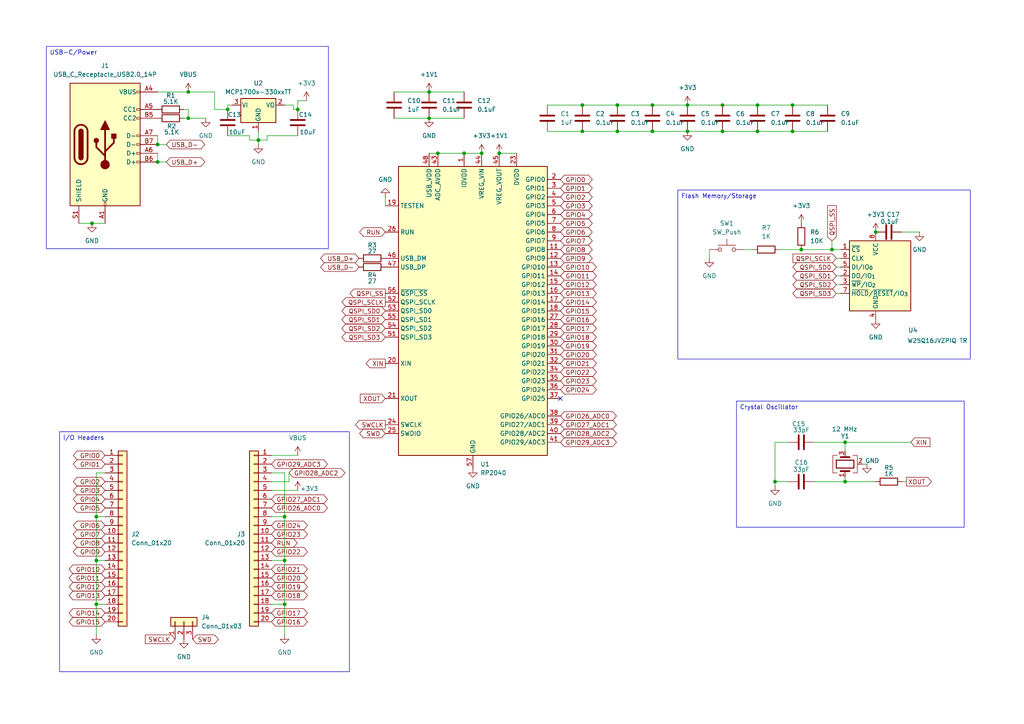
<source format=kicad_sch>
(kicad_sch (version 20250114) (generator "eeschema") (generator_version "9.0")
  (paper "A4")
  (lib_symbols
    (symbol "Connector:USB_C_Receptacle_USB2.0_14P" (pin_names (offset 1.016))
      (property "Reference" "J" (at 0 22.225 0))
      (property "Value" "USB_C_Receptacle_USB2.0_14P" (at 0 19.685 0))
      (symbol "USB_C_Receptacle_USB2.0_14P_0_0"
        (rectangle (start -0.254 -17.78) (end 0.254 -16.764))
        (rectangle (start 10.16 15.494) (end 9.144 14.986))
        (rectangle (start 10.16 10.414) (end 9.144 9.906))
        (rectangle (start 10.16 7.874) (end 9.144 7.366))
        (rectangle (start 10.16 2.794) (end 9.144 2.286))
        (rectangle (start 10.16 0.254) (end 9.144 -0.254))
        (rectangle (start 10.16 -2.286) (end 9.144 -2.794))
        (rectangle (start 10.16 -4.826) (end 9.144 -5.334))
      )
      (symbol "USB_C_Receptacle_USB2.0_14P_0_1"
        (rectangle (start -10.16 17.78) (end 10.16 -17.78) (stroke (width 0.254)) (fill (type background)))
        (polyline (pts (xy -8.89 -3.81) (xy -8.89 3.81)) (stroke (width 0.508)))
        (rectangle (start -7.62 -3.81) (end -6.35 3.81) (stroke (width 0.254)) (fill (type outline)))
        (arc (start -7.62 3.81) (mid -6.985 4.4423) (end -6.35 3.81) (stroke (width 0.254)))
        (arc (start -7.62 3.81) (mid -6.985 4.4423) (end -6.35 3.81) (stroke (width 0.254)) (fill (type outline)))
        (arc (start -8.89 3.81) (mid -6.985 5.7067) (end -5.08 3.81) (stroke (width 0.508)))
        (arc (start -5.08 -3.81) (mid -6.985 -5.7067) (end -8.89 -3.81) (stroke (width 0.508)))
        (arc (start -6.35 -3.81) (mid -6.985 -4.4423) (end -7.62 -3.81) (stroke (width 0.254)))
        (arc (start -6.35 -3.81) (mid -6.985 -4.4423) (end -7.62 -3.81) (stroke (width 0.254)) (fill (type outline)))
        (polyline (pts (xy -5.08 3.81) (xy -5.08 -3.81)) (stroke (width 0.508)))
        (circle (center -2.54 1.143) (radius 0.635) (stroke (width 0.254)) (fill (type outline)))
        (polyline (pts (xy -1.27 4.318) (xy 0 6.858) (xy 1.27 4.318) (xy -1.27 4.318)) (stroke (width 0.254)) (fill (type outline)))
        (polyline (pts (xy 0 -2.032) (xy 2.54 0.508) (xy 2.54 1.778)) (stroke (width 0.508)))
        (polyline (pts (xy 0 -3.302) (xy -2.54 -0.762) (xy -2.54 0.508)) (stroke (width 0.508)))
        (polyline (pts (xy 0 -5.842) (xy 0 4.318)) (stroke (width 0.508)))
        (circle (center 0 -5.842) (radius 1.27) (fill (type outline)))
        (rectangle (start 1.905 1.778) (end 3.175 3.048) (stroke (width 0.254)) (fill (type outline)))
      )
      (symbol "USB_C_Receptacle_USB2.0_14P_1_1"
        (pin passive line (at -7.62 -22.86 90) (length 5.08) (name "SHIELD") (number "S1"))
        (pin passive line (at 0 -22.86 90) (length 5.08) (name "GND") (number "A1"))
        (pin passive line (at 0 -22.86 90) (length 5.08) (hide yes) (name "GND") (number "A12"))
        (pin passive line (at 0 -22.86 90) (length 5.08) (hide yes) (name "GND") (number "B1"))
        (pin passive line (at 0 -22.86 90) (length 5.08) (hide yes) (name "GND") (number "B12"))
        (pin passive line (at 15.24 15.24 180) (length 5.08) (name "VBUS") (number "A4"))
        (pin passive line (at 15.24 15.24 180) (length 5.08) (hide yes) (name "VBUS") (number "A9"))
        (pin passive line (at 15.24 15.24 180) (length 5.08) (hide yes) (name "VBUS") (number "B4"))
        (pin passive line (at 15.24 15.24 180) (length 5.08) (hide yes) (name "VBUS") (number "B9"))
        (pin bidirectional line (at 15.24 10.16 180) (length 5.08) (name "CC1") (number "A5"))
        (pin bidirectional line (at 15.24 7.62 180) (length 5.08) (name "CC2") (number "B5"))
        (pin bidirectional line (at 15.24 2.54 180) (length 5.08) (name "D-") (number "A7"))
        (pin bidirectional line (at 15.24 0 180) (length 5.08) (name "D-") (number "B7"))
        (pin bidirectional line (at 15.24 -2.54 180) (length 5.08) (name "D+") (number "A6"))
        (pin bidirectional line (at 15.24 -5.08 180) (length 5.08) (name "D+") (number "B6"))
      )
    )
    (symbol "Connector_Generic:Conn_01x03" (pin_names (offset 1.016) (hide yes))
      (property "Reference" "J" (at 0 5.08 0))
      (property "Value" "Conn_01x03" (at 0 -5.08 0))
      (symbol "Conn_01x03_1_1"
        (rectangle (start -1.27 3.81) (end 1.27 -3.81) (stroke (width 0.254)) (fill (type background)))
        (rectangle (start -1.27 2.667) (end 0 2.413) (stroke (width 0.1524)))
        (rectangle (start -1.27 0.127) (end 0 -0.127) (stroke (width 0.1524)))
        (rectangle (start -1.27 -2.413) (end 0 -2.667) (stroke (width 0.1524)))
        (pin passive line (at -5.08 2.54 0) (length 3.81) (name "Pin_1") (number "1"))
        (pin passive line (at -5.08 0 0) (length 3.81) (name "Pin_2") (number "2"))
        (pin passive line (at -5.08 -2.54 0) (length 3.81) (name "Pin_3") (number "3"))
      )
    )
    (symbol "Connector_Generic:Conn_01x20" (pin_names (offset 1.016) (hide yes))
      (property "Reference" "J" (at 0 25.4 0))
      (property "Value" "Conn_01x20" (at 0 -27.94 0))
      (symbol "Conn_01x20_1_1"
        (rectangle (start -1.27 24.13) (end 1.27 -26.67) (stroke (width 0.254)) (fill (type background)))
        (rectangle (start -1.27 22.987) (end 0 22.733) (stroke (width 0.1524)))
        (rectangle (start -1.27 20.447) (end 0 20.193) (stroke (width 0.1524)))
        (rectangle (start -1.27 17.907) (end 0 17.653) (stroke (width 0.1524)))
        (rectangle (start -1.27 15.367) (end 0 15.113) (stroke (width 0.1524)))
        (rectangle (start -1.27 12.827) (end 0 12.573) (stroke (width 0.1524)))
        (rectangle (start -1.27 10.287) (end 0 10.033) (stroke (width 0.1524)))
        (rectangle (start -1.27 7.747) (end 0 7.493) (stroke (width 0.1524)))
        (rectangle (start -1.27 5.207) (end 0 4.953) (stroke (width 0.1524)))
        (rectangle (start -1.27 2.667) (end 0 2.413) (stroke (width 0.1524)))
        (rectangle (start -1.27 0.127) (end 0 -0.127) (stroke (width 0.1524)))
        (rectangle (start -1.27 -2.413) (end 0 -2.667) (stroke (width 0.1524)))
        (rectangle (start -1.27 -4.953) (end 0 -5.207) (stroke (width 0.1524)))
        (rectangle (start -1.27 -7.493) (end 0 -7.747) (stroke (width 0.1524)))
        (rectangle (start -1.27 -10.033) (end 0 -10.287) (stroke (width 0.1524)))
        (rectangle (start -1.27 -12.573) (end 0 -12.827) (stroke (width 0.1524)))
        (rectangle (start -1.27 -15.113) (end 0 -15.367) (stroke (width 0.1524)))
        (rectangle (start -1.27 -17.653) (end 0 -17.907) (stroke (width 0.1524)))
        (rectangle (start -1.27 -20.193) (end 0 -20.447) (stroke (width 0.1524)))
        (rectangle (start -1.27 -22.733) (end 0 -22.987) (stroke (width 0.1524)))
        (rectangle (start -1.27 -25.273) (end 0 -25.527) (stroke (width 0.1524)))
        (pin passive line (at -5.08 22.86 0) (length 3.81) (name "Pin_1") (number "1"))
        (pin passive line (at -5.08 20.32 0) (length 3.81) (name "Pin_2") (number "2"))
        (pin passive line (at -5.08 17.78 0) (length 3.81) (name "Pin_3") (number "3"))
        (pin passive line (at -5.08 15.24 0) (length 3.81) (name "Pin_4") (number "4"))
        (pin passive line (at -5.08 12.7 0) (length 3.81) (name "Pin_5") (number "5"))
        (pin passive line (at -5.08 10.16 0) (length 3.81) (name "Pin_6") (number "6"))
        (pin passive line (at -5.08 7.62 0) (length 3.81) (name "Pin_7") (number "7"))
        (pin passive line (at -5.08 5.08 0) (length 3.81) (name "Pin_8") (number "8"))
        (pin passive line (at -5.08 2.54 0) (length 3.81) (name "Pin_9") (number "9"))
        (pin passive line (at -5.08 0 0) (length 3.81) (name "Pin_10") (number "10"))
        (pin passive line (at -5.08 -2.54 0) (length 3.81) (name "Pin_11") (number "11"))
        (pin passive line (at -5.08 -5.08 0) (length 3.81) (name "Pin_12") (number "12"))
        (pin passive line (at -5.08 -7.62 0) (length 3.81) (name "Pin_13") (number "13"))
        (pin passive line (at -5.08 -10.16 0) (length 3.81) (name "Pin_14") (number "14"))
        (pin passive line (at -5.08 -12.7 0) (length 3.81) (name "Pin_15") (number "15"))
        (pin passive line (at -5.08 -15.24 0) (length 3.81) (name "Pin_16") (number "16"))
        (pin passive line (at -5.08 -17.78 0) (length 3.81) (name "Pin_17") (number "17"))
        (pin passive line (at -5.08 -20.32 0) (length 3.81) (name "Pin_18") (number "18"))
        (pin passive line (at -5.08 -22.86 0) (length 3.81) (name "Pin_19") (number "19"))
        (pin passive line (at -5.08 -25.4 0) (length 3.81) (name "Pin_20") (number "20"))
      )
    )
    (symbol "Device:C" (pin_numbers (hide yes)) (pin_names (offset 0.254))
      (property "Reference" "C" (at 0.635 2.54 0))
      (property "Value" "C" (at 0.635 -2.54 0))
      (symbol "C_0_1"
        (polyline (pts (xy -2.032 0.762) (xy 2.032 0.762)) (stroke (width 0.508)))
        (polyline (pts (xy -2.032 -0.762) (xy 2.032 -0.762)) (stroke (width 0.508)))
      )
      (symbol "C_1_1"
        (pin passive line (at 0 3.81 270) (length 2.794) (name "~") (number "1"))
        (pin passive line (at 0 -3.81 90) (length 2.794) (name "~") (number "2"))
      )
    )
    (symbol "Device:Crystal_GND24" (pin_names (offset 1.016) (hide yes))
      (property "Reference" "Y" (at 3.175 5.08 0))
      (property "Value" "Crystal_GND24" (at 3.175 3.175 0))
      (symbol "Crystal_GND24_0_1"
        (polyline (pts (xy -2.54 2.286) (xy -2.54 3.556) (xy 2.54 3.556) (xy 2.54 2.286)))
        (polyline (pts (xy -2.54 0) (xy -2.032 0)))
        (polyline (pts (xy -2.54 -2.286) (xy -2.54 -3.556) (xy 2.54 -3.556) (xy 2.54 -2.286)))
        (polyline (pts (xy -2.032 -1.27) (xy -2.032 1.27)) (stroke (width 0.508)))
        (rectangle (start -1.143 2.54) (end 1.143 -2.54) (stroke (width 0.3048)))
        (polyline (pts (xy 0 -3.81) (xy 0 -3.556)))
        (polyline (pts (xy 2.032 0) (xy 2.54 0)))
        (polyline (pts (xy 2.032 -1.27) (xy 2.032 1.27)) (stroke (width 0.508)))
      )
      (symbol "Crystal_GND24_1_1"
        (pin passive line (at -3.81 0 0) (length 1.27) (name "1") (number "1"))
        (pin passive line (at 0 -5.08 90) (length 1.27) (name "G") (number "2"))
        (pin passive line (at 0 -5.08 90) (length 1.27) (hide yes) (name "G") (number "4"))
        (pin passive line (at 3.81 0 180) (length 1.27) (name "3") (number "3"))
      )
    )
    (symbol "Device:R" (pin_numbers (hide yes)) (pin_names (offset 0))
      (property "Reference" "R" (at 2.032 0 90))
      (property "Value" "R" (at 0 0 90))
      (symbol "R_0_1"
        (rectangle (start -1.016 -2.54) (end 1.016 2.54) (stroke (width 0.254)))
      )
      (symbol "R_1_1"
        (pin passive line (at 0 3.81 270) (length 1.27) (name "~") (number "1"))
        (pin passive line (at 0 -3.81 90) (length 1.27) (name "~") (number "2"))
      )
    )
    (symbol "MCU_RaspberryPi:RP2040"
      (property "Reference" "U" (at 17.526 47.244 0))
      (property "Value" "RP2040" (at 17.526 44.704 0))
      (symbol "RP2040_0_1"
        (rectangle (start -21.59 41.91) (end 21.59 -41.91) (stroke (width 0.254)) (fill (type background)))
      )
      (symbol "RP2040_1_1"
        (pin input line (at -25.4 30.48 0) (length 3.81) (name "TESTEN") (number "19"))
        (pin input line (at -25.4 22.86 0) (length 3.81) (name "RUN") (number "26"))
        (pin bidirectional line (at -25.4 15.24 0) (length 3.81) (name "USB_DM") (number "46"))
        (pin bidirectional line (at -25.4 12.7 0) (length 3.81) (name "USB_DP") (number "47"))
        (pin output line (at -25.4 5.08 0) (length 3.81) (name "~{QSPI_SS}") (number "56"))
        (pin output line (at -25.4 2.54 0) (length 3.81) (name "QSPI_SCLK") (number "52"))
        (pin bidirectional line (at -25.4 0 0) (length 3.81) (name "QSPI_SD0") (number "53"))
        (pin bidirectional line (at -25.4 -2.54 0) (length 3.81) (name "QSPI_SD1") (number "55"))
        (pin bidirectional line (at -25.4 -5.08 0) (length 3.81) (name "QSPI_SD2") (number "54"))
        (pin bidirectional line (at -25.4 -7.62 0) (length 3.81) (name "QSPI_SD3") (number "51"))
        (pin input line (at -25.4 -15.24 0) (length 3.81) (name "XIN") (number "20"))
        (pin output line (at -25.4 -25.4 0) (length 3.81) (name "XOUT") (number "21"))
        (pin input line (at -25.4 -33.02 0) (length 3.81) (name "SWCLK") (number "24"))
        (pin bidirectional line (at -25.4 -35.56 0) (length 3.81) (name "SWDIO") (number "25"))
        (pin power_in line (at -12.7 45.72 270) (length 3.81) (name "USB_VDD") (number "48"))
        (pin power_in line (at -10.16 45.72 270) (length 3.81) (name "ADC_AVDD") (number "43"))
        (pin power_in line (at -2.54 45.72 270) (length 3.81) (name "IOVDD") (number "1"))
        (pin passive line (at -2.54 45.72 270) (length 3.81) (hide yes) (name "IOVDD") (number "10"))
        (pin passive line (at -2.54 45.72 270) (length 3.81) (hide yes) (name "IOVDD") (number "22"))
        (pin passive line (at -2.54 45.72 270) (length 3.81) (hide yes) (name "IOVDD") (number "33"))
        (pin passive line (at -2.54 45.72 270) (length 3.81) (hide yes) (name "IOVDD") (number "42"))
        (pin passive line (at -2.54 45.72 270) (length 3.81) (hide yes) (name "IOVDD") (number "49"))
        (pin power_in line (at 0 -45.72 90) (length 3.81) (name "GND") (number "57"))
        (pin power_in line (at 2.54 45.72 270) (length 3.81) (name "VREG_VIN") (number "44"))
        (pin power_out line (at 7.62 45.72 270) (length 3.81) (name "VREG_VOUT") (number "45"))
        (pin power_in line (at 12.7 45.72 270) (length 3.81) (name "DVDD") (number "23"))
        (pin passive line (at 12.7 45.72 270) (length 3.81) (hide yes) (name "DVDD") (number "50"))
        (pin bidirectional line (at 25.4 38.1 180) (length 3.81) (name "GPIO0") (number "2"))
        (pin bidirectional line (at 25.4 35.56 180) (length 3.81) (name "GPIO1") (number "3"))
        (pin bidirectional line (at 25.4 33.02 180) (length 3.81) (name "GPIO2") (number "4"))
        (pin bidirectional line (at 25.4 30.48 180) (length 3.81) (name "GPIO3") (number "5"))
        (pin bidirectional line (at 25.4 27.94 180) (length 3.81) (name "GPIO4") (number "6"))
        (pin bidirectional line (at 25.4 25.4 180) (length 3.81) (name "GPIO5") (number "7"))
        (pin bidirectional line (at 25.4 22.86 180) (length 3.81) (name "GPIO6") (number "8"))
        (pin bidirectional line (at 25.4 20.32 180) (length 3.81) (name "GPIO7") (number "9"))
        (pin bidirectional line (at 25.4 17.78 180) (length 3.81) (name "GPIO8") (number "11"))
        (pin bidirectional line (at 25.4 15.24 180) (length 3.81) (name "GPIO9") (number "12"))
        (pin bidirectional line (at 25.4 12.7 180) (length 3.81) (name "GPIO10") (number "13"))
        (pin bidirectional line (at 25.4 10.16 180) (length 3.81) (name "GPIO11") (number "14"))
        (pin bidirectional line (at 25.4 7.62 180) (length 3.81) (name "GPIO12") (number "15"))
        (pin bidirectional line (at 25.4 5.08 180) (length 3.81) (name "GPIO13") (number "16"))
        (pin bidirectional line (at 25.4 2.54 180) (length 3.81) (name "GPIO14") (number "17"))
        (pin bidirectional line (at 25.4 0 180) (length 3.81) (name "GPIO15") (number "18"))
        (pin bidirectional line (at 25.4 -2.54 180) (length 3.81) (name "GPIO16") (number "27"))
        (pin bidirectional line (at 25.4 -5.08 180) (length 3.81) (name "GPIO17") (number "28"))
        (pin bidirectional line (at 25.4 -7.62 180) (length 3.81) (name "GPIO18") (number "29"))
        (pin bidirectional line (at 25.4 -10.16 180) (length 3.81) (name "GPIO19") (number "30"))
        (pin bidirectional line (at 25.4 -12.7 180) (length 3.81) (name "GPIO20") (number "31"))
        (pin bidirectional line (at 25.4 -15.24 180) (length 3.81) (name "GPIO21") (number "32"))
        (pin bidirectional line (at 25.4 -17.78 180) (length 3.81) (name "GPIO22") (number "34"))
        (pin bidirectional line (at 25.4 -20.32 180) (length 3.81) (name "GPIO23") (number "35"))
        (pin bidirectional line (at 25.4 -22.86 180) (length 3.81) (name "GPIO24") (number "36"))
        (pin bidirectional line (at 25.4 -25.4 180) (length 3.81) (name "GPIO25") (number "37"))
        (pin bidirectional line (at 25.4 -30.48 180) (length 3.81) (name "GPIO26/ADC0") (number "38"))
        (pin bidirectional line (at 25.4 -33.02 180) (length 3.81) (name "GPIO27/ADC1") (number "39"))
        (pin bidirectional line (at 25.4 -35.56 180) (length 3.81) (name "GPIO28/ADC2") (number "40"))
        (pin bidirectional line (at 25.4 -38.1 180) (length 3.81) (name "GPIO29/ADC3") (number "41"))
      )
    )
    (symbol "Memory_Flash:W25Q16JVSS"
      (property "Reference" "U" (at -6.35 11.43 0))
      (property "Value" "W25Q16JVSS" (at 7.62 11.43 0))
      (symbol "W25Q16JVSS_0_1"
        (rectangle (start -7.62 10.16) (end 10.16 -10.16) (stroke (width 0.254)) (fill (type background)))
      )
      (symbol "W25Q16JVSS_1_1"
        (pin input line (at -10.16 7.62 0) (length 2.54) (name "~{CS}") (number "1"))
        (pin input line (at -10.16 5.08 0) (length 2.54) (name "CLK") (number "6"))
        (pin bidirectional line (at -10.16 2.54 0) (length 2.54) (name "DI/IO_{0}") (number "5"))
        (pin bidirectional line (at -10.16 0 0) (length 2.54) (name "DO/IO_{1}") (number "2"))
        (pin bidirectional line (at -10.16 -2.54 0) (length 2.54) (name "~{WP}/IO_{2}") (number "3"))
        (pin bidirectional line (at -10.16 -5.08 0) (length 2.54) (name "~{HOLD}/~{RESET}/IO_{3}") (number "7"))
        (pin power_in line (at 0 12.7 270) (length 2.54) (name "VCC") (number "8"))
        (pin power_in line (at 0 -12.7 90) (length 2.54) (name "GND") (number "4"))
      )
    )
    (symbol "Regulator_Linear:MCP1700x-330xxTT" (pin_names (offset 0.254))
      (property "Reference" "U" (at -3.81 3.175 0))
      (property "Value" "MCP1700x-330xxTT" (at 0 3.175 0))
      (symbol "MCP1700x-330xxTT_0_1"
        (rectangle (start -5.08 1.905) (end 5.08 -5.08) (stroke (width 0.254)) (fill (type background)))
      )
      (symbol "MCP1700x-330xxTT_1_1"
        (pin power_in line (at -7.62 0 0) (length 2.54) (name "VI") (number "3"))
        (pin power_in line (at 0 -7.62 90) (length 2.54) (name "GND") (number "1"))
        (pin power_out line (at 7.62 0 180) (length 2.54) (name "VO") (number "2"))
      )
    )
    (symbol "Switch:SW_Push" (pin_numbers (hide yes)) (pin_names (offset 1.016) (hide yes))
      (property "Reference" "SW" (at 1.27 2.54 0))
      (property "Value" "SW_Push" (at 0 -1.524 0))
      (symbol "SW_Push_0_1"
        (circle (center -2.032 0) (radius 0.508))
        (polyline (pts (xy 0 1.27) (xy 0 3.048)))
        (circle (center 2.032 0) (radius 0.508))
        (polyline (pts (xy 2.54 1.27) (xy -2.54 1.27)))
        (pin passive line (at -5.08 0 0) (length 2.54) (name "1") (number "1"))
        (pin passive line (at 5.08 0 180) (length 2.54) (name "2") (number "2"))
      )
    )
    (symbol "power:+1V1" (power) (pin_numbers (hide yes)) (pin_names (offset 0) (hide yes))
      (property "Value" "+1V1" (at 0 3.556 0))
      (symbol "+1V1_0_1"
        (polyline (pts (xy -0.762 1.27) (xy 0 2.54)))
        (polyline (pts (xy 0 2.54) (xy 0.762 1.27)))
        (polyline (pts (xy 0 0) (xy 0 2.54)))
      )
      (symbol "+1V1_1_1"
        (pin power_in line (at 0 0 90) (length 0) (name "~") (number "1"))
      )
    )
    (symbol "power:+3V3" (power) (pin_numbers (hide yes)) (pin_names (offset 0) (hide yes))
      (property "Value" "+3V3" (at 0 3.556 0))
      (symbol "+3V3_0_1"
        (polyline (pts (xy -0.762 1.27) (xy 0 2.54)))
        (polyline (pts (xy 0 2.54) (xy 0.762 1.27)))
        (polyline (pts (xy 0 0) (xy 0 2.54)))
      )
      (symbol "+3V3_1_1"
        (pin power_in line (at 0 0 90) (length 0) (name "~") (number "1"))
      )
    )
    (symbol "power:GND" (power) (pin_numbers (hide yes)) (pin_names (offset 0) (hide yes))
      (property "Value" "GND" (at 0 -3.81 0))
      (symbol "GND_0_1"
        (polyline (pts (xy 0 0) (xy 0 -1.27) (xy 1.27 -1.27) (xy 0 -2.54) (xy -1.27 -1.27) (xy 0 -1.27)))
      )
      (symbol "GND_1_1"
        (pin power_in line (at 0 0 270) (length 0) (name "~") (number "1"))
      )
    )
    (symbol "power:VBUS" (power) (pin_numbers (hide yes)) (pin_names (offset 0) (hide yes))
      (property "Value" "VBUS" (at 0 3.556 0))
      (symbol "VBUS_0_1"
        (polyline (pts (xy -0.762 1.27) (xy 0 2.54)))
        (polyline (pts (xy 0 2.54) (xy 0.762 1.27)))
        (polyline (pts (xy 0 0) (xy 0 2.54)))
      )
      (symbol "VBUS_1_1"
        (pin power_in line (at 0 0 90) (length 0) (name "~") (number "1"))
      )
    )
  )
  (text_box "I/O Headers\n" (at 17.272 125.222 0) (size 84.074 69.596) (margins 0.9525 0.9525 0.9525 0.9525) (effects (font (size 1.27 1.27)) (justify left top)))
  (text_box "Crystal Oscillator\n" (at 213.614 116.332 0) (size 66.04 36.576) (margins 0.9525 0.9525 0.9525 0.9525) (effects (font (size 1.27 1.27)) (justify left top)))
  (text_box "USB-C/Power" (at 13.462 13.462 0) (size 81.788 58.674) (margins 0.9525 0.9525 0.9525 0.9525) (effects (font (size 1.27 1.27)) (justify left top)))
  (text_box "Flash Memory/Storage\n" (at 196.596 55.118 0) (size 84.836 49.022) (margins 0.9525 0.9525 0.9525 0.9525) (effects (font (size 1.27 1.27)) (justify left top)))
  (junction (at 27.94 175.26))
  (junction (at 254 67.31))
  (junction (at 245.11 128.27))
  (junction (at 219.71 38.1))
  (junction (at 66.04 31.75))
  (junction (at 241.3 72.39))
  (junction (at 219.71 30.48))
  (junction (at 179.07 38.1))
  (junction (at 124.46 34.29))
  (junction (at 74.93 40.64))
  (junction (at 189.23 38.1))
  (junction (at 27.94 149.86))
  (junction (at 224.79 139.7))
  (junction (at 168.91 30.48))
  (junction (at 86.36 31.75))
  (junction (at 245.11 139.7))
  (junction (at 45.72 41.91))
  (junction (at 139.7 44.45))
  (junction (at 127 44.45))
  (junction (at 229.87 30.48))
  (junction (at 209.55 30.48))
  (junction (at 26.67 64.77))
  (junction (at 144.78 44.45))
  (junction (at 229.87 38.1))
  (junction (at 189.23 30.48))
  (junction (at 199.39 30.48))
  (junction (at 134.62 44.45))
  (junction (at 82.55 162.56))
  (junction (at 45.72 46.99))
  (junction (at 82.55 149.86))
  (junction (at 209.55 38.1))
  (junction (at 199.39 38.1))
  (junction (at 179.07 30.48))
  (junction (at 54.61 34.29))
  (junction (at 54.61 26.67))
  (junction (at 124.46 26.67))
  (junction (at 232.41 72.39))
  (junction (at 27.94 162.56))
  (junction (at 82.55 175.26))
  (junction (at 168.91 38.1))
  (no_connect (at 162.56 115.57))
  (wire (pts (xy 82.55 175.26) (xy 82.55 184.15)))
  (wire (pts (xy 127 44.45) (xy 134.62 44.45)))
  (wire (pts (xy 124.46 26.67) (xy 134.62 26.67)))
  (wire (pts (xy 54.61 31.75) (xy 54.61 34.29)))
  (wire (pts (xy 30.48 137.16) (xy 27.94 137.16)))
  (wire (pts (xy 219.71 38.1) (xy 229.87 38.1)))
  (wire (pts (xy 72.39 40.64) (xy 74.93 40.64)))
  (wire (pts (xy 215.9 72.39) (xy 218.44 72.39)))
  (wire (pts (xy 168.91 38.1) (xy 179.07 38.1)))
  (wire (pts (xy 111.76 57.15) (xy 111.76 59.69)))
  (wire (pts (xy 27.94 175.26) (xy 27.94 184.15)))
  (wire (pts (xy 85.09 31.75) (xy 86.36 31.75)))
  (wire (pts (xy 124.46 34.29) (xy 134.62 34.29)))
  (wire (pts (xy 53.34 31.75) (xy 54.61 31.75)))
  (wire (pts (xy 45.72 26.67) (xy 54.61 26.67)))
  (wire (pts (xy 228.6 128.27) (xy 224.79 128.27)))
  (wire (pts (xy 251.46 134.62) (xy 250.19 134.62)))
  (wire (pts (xy 74.93 40.64) (xy 74.93 41.91)))
  (wire (pts (xy 245.11 128.27) (xy 264.16 128.27)))
  (wire (pts (xy 82.55 162.56) (xy 82.55 149.86)))
  (wire (pts (xy 48.26 46.99) (xy 45.72 46.99)))
  (wire (pts (xy 224.79 139.7) (xy 228.6 139.7)))
  (wire (pts (xy 88.9 29.21) (xy 86.36 29.21)))
  (wire (pts (xy 27.94 162.56) (xy 30.48 162.56)))
  (wire (pts (xy 66.04 30.48) (xy 67.31 30.48)))
  (wire (pts (xy 168.91 30.48) (xy 179.07 30.48)))
  (wire (pts (xy 219.71 30.48) (xy 229.87 30.48)))
  (wire (pts (xy 27.94 175.26) (xy 30.48 175.26)))
  (wire (pts (xy 62.23 26.67) (xy 62.23 31.75)))
  (wire (pts (xy 78.74 162.56) (xy 82.55 162.56)))
  (wire (pts (xy 53.34 34.29) (xy 54.61 34.29)))
  (wire (pts (xy 82.55 137.16) (xy 82.55 149.86)))
  (wire (pts (xy 54.61 26.67) (xy 62.23 26.67)))
  (wire (pts (xy 224.79 139.7) (xy 224.79 140.97)))
  (wire (pts (xy 77.47 39.37) (xy 77.47 40.64)))
  (wire (pts (xy 224.79 128.27) (xy 224.79 139.7)))
  (wire (pts (xy 158.75 38.1) (xy 168.91 38.1)))
  (wire (pts (xy 242.57 80.01) (xy 243.84 80.01)))
  (wire (pts (xy 236.22 128.27) (xy 245.11 128.27)))
  (wire (pts (xy 241.3 69.85) (xy 241.3 72.39)))
  (wire (pts (xy 83.82 139.7) (xy 78.74 139.7)))
  (wire (pts (xy 209.55 38.1) (xy 219.71 38.1)))
  (wire (pts (xy 26.67 64.77) (xy 30.48 64.77)))
  (wire (pts (xy 189.23 38.1) (xy 199.39 38.1)))
  (wire (pts (xy 45.72 44.45) (xy 45.72 46.99)))
  (wire (pts (xy 82.55 30.48) (xy 85.09 30.48)))
  (wire (pts (xy 62.23 31.75) (xy 66.04 31.75)))
  (wire (pts (xy 232.41 72.39) (xy 241.3 72.39)))
  (wire (pts (xy 144.78 44.45) (xy 149.86 44.45)))
  (wire (pts (xy 86.36 132.08) (xy 78.74 132.08)))
  (wire (pts (xy 114.3 26.67) (xy 124.46 26.67)))
  (wire (pts (xy 245.11 139.7) (xy 254 139.7)))
  (wire (pts (xy 229.87 30.48) (xy 240.03 30.48)))
  (wire (pts (xy 266.7 67.31) (xy 261.62 67.31)))
  (wire (pts (xy 205.74 74.93) (xy 205.74 72.39)))
  (wire (pts (xy 78.74 137.16) (xy 82.55 137.16)))
  (wire (pts (xy 74.93 38.1) (xy 74.93 40.64)))
  (wire (pts (xy 236.22 139.7) (xy 245.11 139.7)))
  (wire (pts (xy 86.36 29.21) (xy 86.36 31.75)))
  (wire (pts (xy 134.62 44.45) (xy 139.7 44.45)))
  (wire (pts (xy 245.11 128.27) (xy 245.11 130.81)))
  (wire (pts (xy 45.72 39.37) (xy 45.72 41.91)))
  (wire (pts (xy 226.06 72.39) (xy 232.41 72.39)))
  (wire (pts (xy 83.82 137.16) (xy 83.82 139.7)))
  (wire (pts (xy 114.3 34.29) (xy 124.46 34.29)))
  (wire (pts (xy 27.94 162.56) (xy 27.94 175.26)))
  (wire (pts (xy 48.26 41.91) (xy 45.72 41.91)))
  (wire (pts (xy 179.07 30.48) (xy 189.23 30.48)))
  (wire (pts (xy 199.39 30.48) (xy 209.55 30.48)))
  (wire (pts (xy 27.94 137.16) (xy 27.94 149.86)))
  (wire (pts (xy 85.09 30.48) (xy 85.09 31.75)))
  (wire (pts (xy 86.36 39.37) (xy 77.47 39.37)))
  (wire (pts (xy 78.74 175.26) (xy 82.55 175.26)))
  (wire (pts (xy 72.39 39.37) (xy 72.39 40.64)))
  (wire (pts (xy 241.3 72.39) (xy 243.84 72.39)))
  (wire (pts (xy 158.75 30.48) (xy 168.91 30.48)))
  (wire (pts (xy 179.07 38.1) (xy 189.23 38.1)))
  (wire (pts (xy 86.36 142.24) (xy 78.74 142.24)))
  (wire (pts (xy 189.23 30.48) (xy 199.39 30.48)))
  (wire (pts (xy 209.55 30.48) (xy 219.71 30.48)))
  (wire (pts (xy 82.55 149.86) (xy 78.74 149.86)))
  (wire (pts (xy 245.11 138.43) (xy 245.11 139.7)))
  (wire (pts (xy 27.94 149.86) (xy 27.94 162.56)))
  (wire (pts (xy 242.57 74.93) (xy 243.84 74.93)))
  (wire (pts (xy 66.04 30.48) (xy 66.04 31.75)))
  (wire (pts (xy 22.86 64.77) (xy 26.67 64.77)))
  (wire (pts (xy 82.55 175.26) (xy 82.55 162.56)))
  (wire (pts (xy 74.93 40.64) (xy 77.47 40.64)))
  (wire (pts (xy 27.94 149.86) (xy 30.48 149.86)))
  (wire (pts (xy 242.57 82.55) (xy 243.84 82.55)))
  (wire (pts (xy 262.89 139.7) (xy 261.62 139.7)))
  (wire (pts (xy 242.57 77.47) (xy 243.84 77.47)))
  (wire (pts (xy 229.87 38.1) (xy 240.03 38.1)))
  (wire (pts (xy 59.69 34.29) (xy 54.61 34.29)))
  (wire (pts (xy 199.39 38.1) (xy 209.55 38.1)))
  (wire (pts (xy 242.57 85.09) (xy 243.84 85.09)))
  (wire (pts (xy 124.46 44.45) (xy 127 44.45)))
  (wire (pts (xy 66.04 39.37) (xy 72.39 39.37)))
  (global_label "GPIO16" (shape bidirectional) (at 78.74 180.34 0) (property "Intersheetrefs" "${INTERSHEET_REFS}" (effects (hide yes))))
  (global_label "GPIO24" (shape bidirectional) (at 162.56 113.03 0) (property "Intersheetrefs" "${INTERSHEET_REFS}" (effects (hide yes))))
  (global_label "QSPI_SD0" (shape bidirectional) (at 111.76 90.17 180) (property "Intersheetrefs" "${INTERSHEET_REFS}" (effects (hide yes))))
  (global_label "GPIO15" (shape bidirectional) (at 30.48 180.34 180) (property "Intersheetrefs" "${INTERSHEET_REFS}" (effects (hide yes))))
  (global_label "GPIO24" (shape bidirectional) (at 78.74 152.4 0) (property "Intersheetrefs" "${INTERSHEET_REFS}" (effects (hide yes))))
  (global_label "SWD" (shape bidirectional) (at 55.88 185.42 0) (property "Intersheetrefs" "${INTERSHEET_REFS}" (effects (hide yes))))
  (global_label "GPIO7" (shape bidirectional) (at 30.48 154.94 180) (property "Intersheetrefs" "${INTERSHEET_REFS}" (effects (hide yes))))
  (global_label "GPIO17" (shape bidirectional) (at 162.56 95.25 0) (property "Intersheetrefs" "${INTERSHEET_REFS}" (effects (hide yes))))
  (global_label "GPIO26_ADC0" (shape bidirectional) (at 162.56 120.65 0) (property "Intersheetrefs" "${INTERSHEET_REFS}" (effects (hide yes))))
  (global_label "XOUT" (shape input) (at 111.76 115.57 180) (property "Intersheetrefs" "${INTERSHEET_REFS}" (effects (hide yes))))
  (global_label "GPIO28_ADC2" (shape bidirectional) (at 83.82 137.16 0) (property "Intersheetrefs" "${INTERSHEET_REFS}" (effects (hide yes))))
  (global_label "GPIO2" (shape bidirectional) (at 162.56 57.15 0) (property "Intersheetrefs" "${INTERSHEET_REFS}" (effects (hide yes))))
  (global_label "QSPI_SCLK" (shape output) (at 111.76 87.63 180) (property "Intersheetrefs" "${INTERSHEET_REFS}" (effects (hide yes))))
  (global_label "GPIO22" (shape bidirectional) (at 78.74 160.02 0) (property "Intersheetrefs" "${INTERSHEET_REFS}" (effects (hide yes))))
  (global_label "XIN" (shape output) (at 111.76 105.41 180) (property "Intersheetrefs" "${INTERSHEET_REFS}" (effects (hide yes))))
  (global_label "GPIO3" (shape bidirectional) (at 162.56 59.69 0) (property "Intersheetrefs" "${INTERSHEET_REFS}" (effects (hide yes))))
  (global_label "GPIO4" (shape bidirectional) (at 162.56 62.23 0) (property "Intersheetrefs" "${INTERSHEET_REFS}" (effects (hide yes))))
  (global_label "GPIO16" (shape bidirectional) (at 162.56 92.71 0) (property "Intersheetrefs" "${INTERSHEET_REFS}" (effects (hide yes))))
  (global_label "GPIO12" (shape bidirectional) (at 30.48 170.18 180) (property "Intersheetrefs" "${INTERSHEET_REFS}" (effects (hide yes))))
  (global_label "GPIO11" (shape bidirectional) (at 162.56 80.01 0) (property "Intersheetrefs" "${INTERSHEET_REFS}" (effects (hide yes))))
  (global_label "GPIO21" (shape bidirectional) (at 162.56 105.41 0) (property "Intersheetrefs" "${INTERSHEET_REFS}" (effects (hide yes))))
  (global_label "GPIO22" (shape bidirectional) (at 162.56 107.95 0) (property "Intersheetrefs" "${INTERSHEET_REFS}" (effects (hide yes))))
  (global_label "XOUT" (shape output) (at 262.89 139.7 0) (property "Intersheetrefs" "${INTERSHEET_REFS}" (effects (hide yes))))
  (global_label "QSPI_SD3" (shape bidirectional) (at 242.57 85.09 180) (property "Intersheetrefs" "${INTERSHEET_REFS}" (effects (hide yes))))
  (global_label "GPIO20" (shape bidirectional) (at 78.74 167.64 0) (property "Intersheetrefs" "${INTERSHEET_REFS}" (effects (hide yes))))
  (global_label "GPIO27_ADC1" (shape bidirectional) (at 78.74 144.78 0) (property "Intersheetrefs" "${INTERSHEET_REFS}" (effects (hide yes))))
  (global_label "GPIO11" (shape bidirectional) (at 30.48 167.64 180) (property "Intersheetrefs" "${INTERSHEET_REFS}" (effects (hide yes))))
  (global_label "GPIO29_ADC3" (shape bidirectional) (at 162.56 128.27 0) (property "Intersheetrefs" "${INTERSHEET_REFS}" (effects (hide yes))))
  (global_label "GPIO29_ADC3" (shape bidirectional) (at 78.74 134.62 0) (property "Intersheetrefs" "${INTERSHEET_REFS}" (effects (hide yes))))
  (global_label "GPIO14" (shape bidirectional) (at 162.56 87.63 0) (property "Intersheetrefs" "${INTERSHEET_REFS}" (effects (hide yes))))
  (global_label "QSPI_SD2" (shape bidirectional) (at 111.76 95.25 180) (property "Intersheetrefs" "${INTERSHEET_REFS}" (effects (hide yes))))
  (global_label "XIN" (shape input) (at 264.16 128.27 0) (property "Intersheetrefs" "${INTERSHEET_REFS}" (effects (hide yes))))
  (global_label "GPIO12" (shape bidirectional) (at 162.56 82.55 0) (property "Intersheetrefs" "${INTERSHEET_REFS}" (effects (hide yes))))
  (global_label "GPIO4" (shape bidirectional) (at 30.48 144.78 180) (property "Intersheetrefs" "${INTERSHEET_REFS}" (effects (hide yes))))
  (global_label "QSPI_SD1" (shape bidirectional) (at 111.76 92.71 180) (property "Intersheetrefs" "${INTERSHEET_REFS}" (effects (hide yes))))
  (global_label "GPIO8" (shape bidirectional) (at 30.48 157.48 180) (property "Intersheetrefs" "${INTERSHEET_REFS}" (effects (hide yes))))
  (global_label "USB_D+" (shape bidirectional) (at 104.14 74.93 180) (property "Intersheetrefs" "${INTERSHEET_REFS}" (effects (hide yes))))
  (global_label "GPIO17" (shape bidirectional) (at 78.74 177.8 0) (property "Intersheetrefs" "${INTERSHEET_REFS}" (effects (hide yes))))
  (global_label "USB_D-" (shape bidirectional) (at 48.26 41.91 0) (property "Intersheetrefs" "${INTERSHEET_REFS}" (effects (hide yes))))
  (global_label "GPIO3" (shape bidirectional) (at 30.48 142.24 180) (property "Intersheetrefs" "${INTERSHEET_REFS}" (effects (hide yes))))
  (global_label "GPIO8" (shape bidirectional) (at 162.56 72.39 0) (property "Intersheetrefs" "${INTERSHEET_REFS}" (effects (hide yes))))
  (global_label "GPIO0" (shape bidirectional) (at 30.48 132.08 180) (property "Intersheetrefs" "${INTERSHEET_REFS}" (effects (hide yes))))
  (global_label "USB_D-" (shape bidirectional) (at 104.14 77.47 180) (property "Intersheetrefs" "${INTERSHEET_REFS}" (effects (hide yes))))
  (global_label "GPIO9" (shape bidirectional) (at 30.48 160.02 180) (property "Intersheetrefs" "${INTERSHEET_REFS}" (effects (hide yes))))
  (global_label "GPIO0" (shape bidirectional) (at 162.56 52.07 0) (property "Intersheetrefs" "${INTERSHEET_REFS}" (effects (hide yes))))
  (global_label "GPIO19" (shape bidirectional) (at 162.56 100.33 0) (property "Intersheetrefs" "${INTERSHEET_REFS}" (effects (hide yes))))
  (global_label "GPIO10" (shape bidirectional) (at 30.48 165.1 180) (property "Intersheetrefs" "${INTERSHEET_REFS}" (effects (hide yes))))
  (global_label "GPIO26_ADC0" (shape bidirectional) (at 78.74 147.32 0) (property "Intersheetrefs" "${INTERSHEET_REFS}" (effects (hide yes))))
  (global_label "GPIO23" (shape bidirectional) (at 162.56 110.49 0) (property "Intersheetrefs" "${INTERSHEET_REFS}" (effects (hide yes))))
  (global_label "QSPI_SD3" (shape bidirectional) (at 111.76 97.79 180) (property "Intersheetrefs" "${INTERSHEET_REFS}" (effects (hide yes))))
  (global_label "SWCLK" (shape output) (at 111.76 123.19 180) (property "Intersheetrefs" "${INTERSHEET_REFS}" (effects (hide yes))))
  (global_label "GPIO23" (shape bidirectional) (at 78.74 154.94 0) (property "Intersheetrefs" "${INTERSHEET_REFS}" (effects (hide yes))))
  (global_label "QSPI_SD1" (shape bidirectional) (at 242.57 80.01 180) (property "Intersheetrefs" "${INTERSHEET_REFS}" (effects (hide yes))))
  (global_label "QSPI_SS" (shape output) (at 111.76 85.09 180) (property "Intersheetrefs" "${INTERSHEET_REFS}" (effects (hide yes))))
  (global_label "USB_D+" (shape bidirectional) (at 48.26 46.99 0) (property "Intersheetrefs" "${INTERSHEET_REFS}" (effects (hide yes))))
  (global_label "GPIO13" (shape bidirectional) (at 162.56 85.09 0) (property "Intersheetrefs" "${INTERSHEET_REFS}" (effects (hide yes))))
  (global_label "GPIO28_ADC2" (shape bidirectional) (at 162.56 125.73 0) (property "Intersheetrefs" "${INTERSHEET_REFS}" (effects (hide yes))))
  (global_label "GPIO19" (shape bidirectional) (at 78.74 170.18 0) (property "Intersheetrefs" "${INTERSHEET_REFS}" (effects (hide yes))))
  (global_label "SWD" (shape bidirectional) (at 111.76 125.73 180) (property "Intersheetrefs" "${INTERSHEET_REFS}" (effects (hide yes))))
  (global_label "GPIO21" (shape bidirectional) (at 78.74 165.1 0) (property "Intersheetrefs" "${INTERSHEET_REFS}" (effects (hide yes))))
  (global_label "RUN" (shape bidirectional) (at 78.74 157.48 0) (property "Intersheetrefs" "${INTERSHEET_REFS}" (effects (hide yes))))
  (global_label "QSPI_SD0" (shape bidirectional) (at 242.57 77.47 180) (property "Intersheetrefs" "${INTERSHEET_REFS}" (effects (hide yes))))
  (global_label "GPIO14" (shape bidirectional) (at 30.48 177.8 180) (property "Intersheetrefs" "${INTERSHEET_REFS}" (effects (hide yes))))
  (global_label "GPIO20" (shape bidirectional) (at 162.56 102.87 0) (property "Intersheetrefs" "${INTERSHEET_REFS}" (effects (hide yes))))
  (global_label "RUN" (shape bidirectional) (at 111.76 67.31 180) (property "Intersheetrefs" "${INTERSHEET_REFS}" (effects (hide yes))))
  (global_label "GPIO5" (shape bidirectional) (at 30.48 147.32 180) (property "Intersheetrefs" "${INTERSHEET_REFS}" (effects (hide yes))))
  (global_label "QSPI_SS" (shape input) (at 241.3 69.85 90) (property "Intersheetrefs" "${INTERSHEET_REFS}" (effects (hide yes))))
  (global_label "QSPI_SD2" (shape bidirectional) (at 242.57 82.55 180) (property "Intersheetrefs" "${INTERSHEET_REFS}" (effects (hide yes))))
  (global_label "QSPI_SCLK" (shape input) (at 242.57 74.93 180) (property "Intersheetrefs" "${INTERSHEET_REFS}" (effects (hide yes))))
  (global_label "GPIO13" (shape bidirectional) (at 30.48 172.72 180) (property "Intersheetrefs" "${INTERSHEET_REFS}" (effects (hide yes))))
  (global_label "GPIO1" (shape bidirectional) (at 162.56 54.61 0) (property "Intersheetrefs" "${INTERSHEET_REFS}" (effects (hide yes))))
  (global_label "GPIO1" (shape bidirectional) (at 30.48 134.62 180) (property "Intersheetrefs" "${INTERSHEET_REFS}" (effects (hide yes))))
  (global_label "GPIO9" (shape bidirectional) (at 162.56 74.93 0) (property "Intersheetrefs" "${INTERSHEET_REFS}" (effects (hide yes))))
  (global_label "GPIO2" (shape bidirectional) (at 30.48 139.7 180) (property "Intersheetrefs" "${INTERSHEET_REFS}" (effects (hide yes))))
  (global_label "GPIO7" (shape bidirectional) (at 162.56 69.85 0) (property "Intersheetrefs" "${INTERSHEET_REFS}" (effects (hide yes))))
  (global_label "SWCLK" (shape input) (at 50.8 185.42 180) (property "Intersheetrefs" "${INTERSHEET_REFS}" (effects (hide yes))))
  (global_label "GPIO27_ADC1" (shape bidirectional) (at 162.56 123.19 0) (property "Intersheetrefs" "${INTERSHEET_REFS}" (effects (hide yes))))
  (global_label "GPIO6" (shape bidirectional) (at 30.48 152.4 180) (property "Intersheetrefs" "${INTERSHEET_REFS}" (effects (hide yes))))
  (global_label "GPIO10" (shape bidirectional) (at 162.56 77.47 0) (property "Intersheetrefs" "${INTERSHEET_REFS}" (effects (hide yes))))
  (global_label "GPIO6" (shape bidirectional) (at 162.56 67.31 0) (property "Intersheetrefs" "${INTERSHEET_REFS}" (effects (hide yes))))
  (global_label "GPIO15" (shape bidirectional) (at 162.56 90.17 0) (property "Intersheetrefs" "${INTERSHEET_REFS}" (effects (hide yes))))
  (global_label "GPIO5" (shape bidirectional) (at 162.56 64.77 0) (property "Intersheetrefs" "${INTERSHEET_REFS}" (effects (hide yes))))
  (global_label "GPIO18" (shape bidirectional) (at 162.56 97.79 0) (property "Intersheetrefs" "${INTERSHEET_REFS}" (effects (hide yes))))
  (global_label "GPIO18" (shape bidirectional) (at 78.74 172.72 0) (property "Intersheetrefs" "${INTERSHEET_REFS}" (effects (hide yes))))
  (symbol (lib_id "power:GND") (at 82.55 184.15 0) (unit 1)
    (property "Reference" "#PWR022" (effects (hide yes)))
    (property "Value" "GND" (at 82.55 189.23 0))
    (property "Description" "Power symbol creates a global label with name \"GND\" , ground" (effects (hide yes)))
  )
  (symbol (lib_id "Device:C") (at 168.91 34.29 0) (unit 1)
    (property "Reference" "C2" (at 172.72 33.0199 0) (effects (justify left)))
    (property "Value" "0.1uF" (at 172.72 35.5599 0) (effects (justify left)))
    (property "Footprint" "Capacitor_SMD:C_0402_1005Metric" (effects (hide yes)))
    (property "Description" "Unpolarized capacitor" (effects (hide yes)))
  )
  (symbol (lib_id "Device:C") (at 199.39 34.29 0) (unit 1)
    (property "Reference" "C5" (at 203.2 33.0199 0) (effects (justify left)))
    (property "Value" "0.1uF" (at 203.2 35.5599 0) (effects (justify left)))
    (property "Footprint" "Capacitor_SMD:C_0402_1005Metric" (effects (hide yes)))
    (property "Description" "Unpolarized capacitor" (effects (hide yes)))
  )
  (symbol (lib_id "power:+1V1") (at 124.46 26.67 0) (unit 1)
    (property "Reference" "#PWR06" (effects (hide yes)))
    (property "Value" "+1V1" (at 124.46 21.59 0))
    (property "Description" "Power symbol creates a global label with name \"+1V1\"" (effects (hide yes)))
  )
  (symbol (lib_id "Connector_Generic:Conn_01x20") (at 35.56 154.94 0) (unit 1)
    (property "Reference" "J2" (at 38.1 154.9399 0) (effects (justify left)))
    (property "Value" "Conn_01x20" (at 38.1 157.4799 0) (effects (justify left)))
    (property "Footprint" "Connector_PinHeader_2.54mm:PinHeader_1x20_P2.54mm_Vertical" (effects (hide yes)))
    (property "Description" "Generic connector, single row, 01x20, script generated (kicad-library-utils/schlib/autogen/connector/)" (effects (hide yes)))
  )
  (symbol (lib_id "Device:R") (at 257.81 139.7 90) (unit 1)
    (property "Reference" "R5" (at 257.81 135.636 90))
    (property "Value" "1K" (at 257.81 137.414 90))
    (property "Footprint" "Resistor_SMD:R_0402_1005Metric" (effects (hide yes)))
    (property "Description" "Resistor" (effects (hide yes)))
  )
  (symbol (lib_id "power:GND") (at 111.76 57.15 180) (unit 1)
    (property "Reference" "#PWR019" (effects (hide yes)))
    (property "Value" "GND" (at 111.76 52.07 0))
    (property "Description" "Power symbol creates a global label with name \"GND\" , ground" (effects (hide yes)))
  )
  (symbol (lib_id "power:GND") (at 205.74 74.93 0) (unit 1)
    (property "Reference" "#PWR018" (effects (hide yes)))
    (property "Value" "GND" (at 205.74 80.01 0))
    (property "Description" "Power symbol creates a global label with name \"GND\" , ground" (effects (hide yes)))
  )
  (symbol (lib_id "power:GND") (at 27.94 184.15 0) (unit 1)
    (property "Reference" "#PWR020" (effects (hide yes)))
    (property "Value" "GND" (at 27.94 189.23 0))
    (property "Description" "Power symbol creates a global label with name \"GND\" , ground" (effects (hide yes)))
  )
  (symbol (lib_id "power:GND") (at 124.46 34.29 0) (unit 1)
    (property "Reference" "#PWR05" (effects (hide yes)))
    (property "Value" "GND" (at 124.46 39.37 0))
    (property "Description" "Power symbol creates a global label with name \"GND\" , ground" (effects (hide yes)))
  )
  (symbol (lib_id "power:GND") (at 26.67 64.77 0) (unit 1)
    (property "Reference" "#PWR08" (effects (hide yes)))
    (property "Value" "GND" (at 26.67 69.85 0))
    (property "Description" "Power symbol creates a global label with name \"GND\" , ground" (effects (hide yes)))
  )
  (symbol (lib_id "power:+3V3") (at 139.7 44.45 0) (unit 1)
    (property "Reference" "#PWR02" (effects (hide yes)))
    (property "Value" "+3V3" (at 139.7 39.37 0))
    (property "Description" "Power symbol creates a global label with name \"+3V3\"" (effects (hide yes)))
  )
  (symbol (lib_id "power:VBUS") (at 86.36 132.08 0) (unit 1)
    (property "Reference" "#PWR023" (effects (hide yes)))
    (property "Value" "VBUS" (at 86.36 127 0))
    (property "Description" "Power symbol creates a global label with name \"VBUS\"" (effects (hide yes)))
  )
  (symbol (lib_id "power:GND") (at 254 92.71 0) (unit 1)
    (property "Reference" "#PWR015" (effects (hide yes)))
    (property "Value" "GND" (at 254 97.79 0))
    (property "Description" "Power symbol creates a global label with name \"GND\" , ground" (effects (hide yes)))
  )
  (symbol (lib_id "power:+3V3") (at 254 67.31 0) (unit 1)
    (property "Reference" "#PWR016" (effects (hide yes)))
    (property "Value" "+3V3" (at 254 62.23 0))
    (property "Description" "Power symbol creates a global label with name \"+3V3\"" (effects (hide yes)))
  )
  (symbol (lib_id "Device:R") (at 222.25 72.39 90) (unit 1)
    (property "Reference" "R7" (at 222.25 66.04 90))
    (property "Value" "1K" (at 222.25 68.58 90))
    (property "Footprint" "Resistor_SMD:R_0402_1005Metric" (effects (hide yes)))
    (property "Description" "Resistor" (effects (hide yes)))
  )
  (symbol (lib_id "power:+3V3") (at 86.36 142.24 0) (unit 1)
    (property "Reference" "#PWR024" (effects (hide yes)))
    (property "Value" "+3V3" (at 89.662 141.732 0))
    (property "Description" "Power symbol creates a global label with name \"+3V3\"" (effects (hide yes)))
  )
  (symbol (lib_id "Switch:SW_Push") (at 210.82 72.39 0) (unit 1)
    (property "Reference" "SW1" (at 210.82 64.77 0))
    (property "Value" "SW_Push" (at 210.82 67.31 0))
    (property "Footprint" "Button_Switch_SMD:SW_Push_SPST_NO_Alps_SKRK" (effects (hide yes)))
    (property "Description" "Push button switch, generic, two pins" (effects (hide yes)))
  )
  (symbol (lib_id "Device:R") (at 49.53 31.75 90) (unit 1)
    (property "Reference" "R1" (at 49.53 27.686 90))
    (property "Value" "5.1K" (at 49.53 29.464 90))
    (property "Footprint" "Resistor_SMD:R_0402_1005Metric" (effects (hide yes)))
    (property "Description" "Resistor" (effects (hide yes)))
  )
  (symbol (lib_id "power:GND") (at 59.69 34.29 0) (unit 1)
    (property "Reference" "#PWR09" (effects (hide yes)))
    (property "Value" "GND" (at 59.69 39.37 0))
    (property "Description" "Power symbol creates a global label with name \"GND\" , ground" (effects (hide yes)))
  )
  (symbol (lib_id "power:GND") (at 137.16 135.89 0) (unit 1)
    (property "Reference" "#PWR07" (effects (hide yes)))
    (property "Value" "GND" (at 137.16 140.97 0))
    (property "Description" "Power symbol creates a global label with name \"GND\" , ground" (effects (hide yes)))
  )
  (symbol (lib_id "power:GND") (at 199.39 38.1 0) (unit 1)
    (property "Reference" "#PWR04" (effects (hide yes)))
    (property "Value" "GND" (at 199.39 43.18 0))
    (property "Description" "Power symbol creates a global label with name \"GND\" , ground" (effects (hide yes)))
  )
  (symbol (lib_id "Device:C") (at 134.62 30.48 0) (unit 1)
    (property "Reference" "C12" (at 138.43 29.2099 0) (effects (justify left)))
    (property "Value" "0.1uF" (at 138.43 31.7499 0) (effects (justify left)))
    (property "Footprint" "Capacitor_SMD:C_0402_1005Metric" (effects (hide yes)))
    (property "Description" "Unpolarized capacitor" (effects (hide yes)))
  )
  (symbol (lib_id "Device:Crystal_GND24") (at 245.11 134.62 90) (unit 1)
    (property "Reference" "Y1" (at 246.38 126.492 90) (effects (justify left)))
    (property "Value" "12 MHz" (at 248.666 124.46 90) (effects (justify left)))
    (property "Footprint" "Crystal:Crystal_SMD_3225-4Pin_3.2x2.5mm" (effects (hide yes)))
    (property "Description" "Four pin crystal, GND on pins 2 and 4" (effects (hide yes)))
    (property private "KLC_S3.3" "The rectangle is not a symbol body but a graphical element" (effects (hide yes)))
    (property private "KLC_S4.1" "Some pins are on 50mil grid to make the symbol small" (effects (hide yes)))
  )
  (symbol (lib_id "power:+3V3") (at 88.9 29.21 0) (unit 1)
    (property "Reference" "#PWR013" (effects (hide yes)))
    (property "Value" "+3V3" (at 88.9 24.13 0))
    (property "Description" "Power symbol creates a global label with name \"+3V3\"" (effects (hide yes)))
  )
  (symbol (lib_id "Device:C") (at 229.87 34.29 0) (unit 1)
    (property "Reference" "C8" (at 233.68 33.0199 0) (effects (justify left)))
    (property "Value" "0.1uF" (at 233.68 35.5599 0) (effects (justify left)))
    (property "Footprint" "Capacitor_SMD:C_0402_1005Metric" (effects (hide yes)))
    (property "Description" "Unpolarized capacitor" (effects (hide yes)))
  )
  (symbol (lib_id "power:GND") (at 266.7 67.31 0) (unit 1)
    (property "Reference" "#PWR017" (effects (hide yes)))
    (property "Value" "GND" (at 266.7 72.39 0))
    (property "Description" "Power symbol creates a global label with name \"GND\" , ground" (effects (hide yes)))
  )
  (symbol (lib_id "Device:C") (at 86.36 35.56 0) (unit 1)
    (property "Reference" "C14" (at 86.614 33.274 0) (effects (justify left)))
    (property "Value" "10uF" (at 86.868 38.354 0) (effects (justify left)))
    (property "Footprint" "Capacitor_SMD:C_0603_1608Metric" (effects (hide yes)))
    (property "Description" "Unpolarized capacitor" (effects (hide yes)))
  )
  (symbol (lib_id "Device:C") (at 158.75 34.29 0) (unit 1)
    (property "Reference" "C1" (at 162.56 33.0199 0) (effects (justify left)))
    (property "Value" "1uF" (at 162.56 35.5599 0) (effects (justify left)))
    (property "Footprint" "Capacitor_SMD:C_0402_1005Metric" (effects (hide yes)))
    (property "Description" "Unpolarized capacitor" (effects (hide yes)))
  )
  (symbol (lib_id "Device:C") (at 179.07 34.29 0) (unit 1)
    (property "Reference" "C3" (at 182.88 33.0199 0) (effects (justify left)))
    (property "Value" "0.1uF" (at 182.88 35.5599 0) (effects (justify left)))
    (property "Footprint" "Capacitor_SMD:C_0402_1005Metric" (effects (hide yes)))
    (property "Description" "Unpolarized capacitor" (effects (hide yes)))
  )
  (symbol (lib_id "Device:C") (at 232.41 128.27 90) (unit 1)
    (property "Reference" "C15" (at 231.648 122.936 90))
    (property "Value" "33pF" (at 232.41 124.714 90))
    (property "Footprint" "Capacitor_SMD:C_0402_1005Metric" (effects (hide yes)))
    (property "Description" "Unpolarized capacitor" (effects (hide yes)))
  )
  (symbol (lib_id "power:GND") (at 53.34 185.42 0) (unit 1)
    (property "Reference" "#PWR021" (effects (hide yes)))
    (property "Value" "GND" (at 53.34 190.5 0))
    (property "Description" "Power symbol creates a global label with name \"GND\" , ground" (effects (hide yes)))
  )
  (symbol (lib_id "power:GND") (at 251.46 134.62 0) (unit 1)
    (property "Reference" "#PWR012" (effects (hide yes)))
    (property "Value" "GND" (at 252.984 133.604 0))
    (property "Description" "Power symbol creates a global label with name \"GND\" , ground" (effects (hide yes)))
  )
  (symbol (lib_id "Connector:USB_C_Receptacle_USB2.0_14P") (at 30.48 41.91 0) (unit 1)
    (property "Reference" "J1" (at 30.48 19.05 0))
    (property "Value" "USB_C_Receptacle_USB2.0_14P" (at 30.48 21.59 0))
    (property "Footprint" "Connector_USB:USB_C_Receptacle_HRO_TYPE-C-31-M-12" (effects (hide yes)))
    (property "Datasheet" "https://www.usb.org/sites/default/files/documents/usb_type-c.zip" (effects (hide yes)))
    (property "Description" "USB 2.0-only 14P Type-C Receptacle connector" (effects (hide yes)))
  )
  (symbol (lib_id "MCU_RaspberryPi:RP2040") (at 137.16 90.17 0) (unit 1)
    (property "Reference" "U1" (at 139.3033 134.62 0) (effects (justify left)))
    (property "Value" "RP2040" (at 139.3033 137.16 0) (effects (justify left)))
    (property "Footprint" "Package_DFN_QFN:QFN-56-1EP_7x7mm_P0.4mm_EP3.2x3.2mm" (effects (hide yes)))
    (property "Datasheet" "https://datasheets.raspberrypi.com/rp2040/rp2040-datasheet.pdf" (effects (hide yes)))
    (property "Description" "A microcontroller by Raspberry Pi, Dual ARM Cortex-M0+, 133MHz, no flash, 264KB SRAM, 8 PIO state machines, VQFN-56" (effects (hide yes)))
    (property private "KLC_S4.2_DVDD" "Not a standalone power converter; internal on-chip voltage regulator for digital core supply; DVDD is the digital core power supply, should be placed next to voltage regulator output." (effects (hide yes)))
    (property private "KLC_S4.2_VREG_VOUT" "Should be placed next to DVDD." (effects (hide yes)))
  )
  (symbol (lib_id "Device:C") (at 189.23 34.29 0) (unit 1)
    (property "Reference" "C4" (at 193.04 33.0199 0) (effects (justify left)))
    (property "Value" "0.1uF" (at 193.04 35.5599 0) (effects (justify left)))
    (property "Footprint" "Capacitor_SMD:C_0402_1005Metric" (effects (hide yes)))
    (property "Description" "Unpolarized capacitor" (effects (hide yes)))
  )
  (symbol (lib_id "Device:R") (at 107.95 74.93 90) (unit 1)
    (property "Reference" "R3" (at 107.95 71.12 90))
    (property "Value" "27" (at 107.95 72.898 90))
    (property "Footprint" "Resistor_SMD:R_0402_1005Metric" (effects (hide yes)))
    (property "Description" "Resistor" (effects (hide yes)))
  )
  (symbol (lib_id "Device:R") (at 49.53 34.29 90) (unit 1)
    (property "Reference" "R2" (at 49.784 36.576 90))
    (property "Value" "5.1K" (at 49.784 37.592 90) (effects (justify bottom)))
    (property "Footprint" "Resistor_SMD:R_0402_1005Metric" (effects (hide yes)))
    (property "Description" "Resistor" (effects (hide yes)))
  )
  (symbol (lib_id "Device:R") (at 107.95 77.47 90) (unit 1)
    (property "Reference" "R4" (at 107.95 79.756 90))
    (property "Value" "27" (at 107.95 81.534 90))
    (property "Footprint" "Resistor_SMD:R_0402_1005Metric" (effects (hide yes)))
    (property "Description" "Resistor" (effects (hide yes)))
  )
  (symbol (lib_id "Regulator_Linear:MCP1700x-330xxTT") (at 74.93 30.48 0) (unit 1)
    (property "Reference" "U2" (at 74.93 24.13 0))
    (property "Value" "MCP1700x-330xxTT" (at 74.93 26.67 0))
    (property "Footprint" "Package_TO_SOT_SMD:SOT-23" (effects (hide yes)))
    (property "Datasheet" "http://ww1.microchip.com/downloads/en/DeviceDoc/20001826D.pdf" (effects (hide yes)))
    (property "Description" "250mA Low Quiscent Current LDO, 3.3V output, SOT-23" (effects (hide yes)))
  )
  (symbol (lib_id "Connector_Generic:Conn_01x20") (at 73.66 154.94 0) (mirror y) (unit 1)
    (property "Reference" "J3" (at 71.12 154.9399 0) (effects (justify left)))
    (property "Value" "Conn_01x20" (at 71.12 157.4799 0) (effects (justify left)))
    (property "Footprint" "Connector_PinHeader_2.54mm:PinHeader_1x20_P2.54mm_Vertical" (effects (hide yes)))
    (property "Description" "Generic connector, single row, 01x20, script generated (kicad-library-utils/schlib/autogen/connector/)" (effects (hide yes)))
  )
  (symbol (lib_id "Device:R") (at 232.41 68.58 180) (unit 1)
    (property "Reference" "R6" (at 234.95 67.3099 0) (effects (justify right)))
    (property "Value" "10K" (at 234.95 69.8499 0) (effects (justify right)))
    (property "Footprint" "Resistor_SMD:R_0402_1005Metric" (effects (hide yes)))
    (property "Description" "Resistor" (effects (hide yes)))
  )
  (symbol (lib_id "Device:C") (at 232.41 139.7 90) (unit 1)
    (property "Reference" "C16" (at 232.41 134.112 90))
    (property "Value" "33pF" (at 232.41 136.144 90))
    (property "Footprint" "Capacitor_SMD:C_0402_1005Metric" (effects (hide yes)))
    (property "Description" "Unpolarized capacitor" (effects (hide yes)))
  )
  (symbol (lib_id "power:+1V1") (at 144.78 44.45 0) (unit 1)
    (property "Reference" "#PWR01" (effects (hide yes)))
    (property "Value" "+1V1" (at 144.78 39.37 0))
    (property "Description" "Power symbol creates a global label with name \"+1V1\"" (effects (hide yes)))
  )
  (symbol (lib_id "Device:C") (at 257.81 67.31 90) (unit 1)
    (property "Reference" "C17" (at 259.08 62.23 90))
    (property "Value" "0.1uF" (at 258.064 64.262 90))
    (property "Footprint" "Capacitor_SMD:C_0402_1005Metric" (effects (hide yes)))
    (property "Description" "Unpolarized capacitor" (effects (hide yes)))
  )
  (symbol (lib_id "Device:C") (at 124.46 30.48 0) (unit 1)
    (property "Reference" "C11" (at 128.27 29.2099 0) (effects (justify left)))
    (property "Value" "0.1uF" (at 128.27 31.7499 0) (effects (justify left)))
    (property "Footprint" "Capacitor_SMD:C_0402_1005Metric" (effects (hide yes)))
    (property "Description" "Unpolarized capacitor" (effects (hide yes)))
  )
  (symbol (lib_id "Memory_Flash:W25Q16JVSS") (at 254 80.01 0) (unit 1)
    (property "Reference" "U4" (at 263.398 95.758 0) (effects (justify left)))
    (property "Value" "W25Q16JVZPIQ TR" (at 263.144 98.806 0) (effects (justify left)))
    (property "Footprint" "Package_SON:Winbond_USON-8-1EP_3x2mm_P0.5mm_EP0.2x1.6mm" (effects (hide yes)))
    (property "Datasheet" "https://www.winbond.com/hq/support/documentation/levelOne.jsp?__locale=en&DocNo=DA00-W25Q16JV.1" (effects (hide yes)))
    (property "Description" "16Mbit / 2MiB Serial Flash Memory, Standard/Dual/Quad SPI, 2.7-3.6V, SOIC-8 (208 mil)" (effects (hide yes)))
  )
  (symbol (lib_id "Device:C") (at 114.3 30.48 0) (unit 1)
    (property "Reference" "C10" (at 118.11 29.2099 0) (effects (justify left)))
    (property "Value" "1uF" (at 118.11 31.7499 0) (effects (justify left)))
    (property "Footprint" "Capacitor_SMD:C_0402_1005Metric" (effects (hide yes)))
    (property "Description" "Unpolarized capacitor" (effects (hide yes)))
  )
  (symbol (lib_id "power:+3V3") (at 199.39 30.48 0) (unit 1)
    (property "Reference" "#PWR03" (effects (hide yes)))
    (property "Value" "+3V3" (at 199.39 25.4 0))
    (property "Description" "Power symbol creates a global label with name \"+3V3\"" (effects (hide yes)))
  )
  (symbol (lib_id "power:+3V3") (at 232.41 64.77 0) (unit 1)
    (property "Reference" "#PWR025" (effects (hide yes)))
    (property "Value" "+3V3" (at 232.41 59.69 0))
    (property "Description" "Power symbol creates a global label with name \"+3V3\"" (effects (hide yes)))
  )
  (symbol (lib_id "Device:C") (at 240.03 34.29 0) (unit 1)
    (property "Reference" "C9" (at 243.84 33.0199 0) (effects (justify left)))
    (property "Value" "0.1uF" (at 243.84 35.5599 0) (effects (justify left)))
    (property "Footprint" "Capacitor_SMD:C_0402_1005Metric" (effects (hide yes)))
    (property "Description" "Unpolarized capacitor" (effects (hide yes)))
  )
  (symbol (lib_id "power:GND") (at 224.79 140.97 0) (unit 1)
    (property "Reference" "#PWR014" (effects (hide yes)))
    (property "Value" "GND" (at 224.79 146.05 0))
    (property "Description" "Power symbol creates a global label with name \"GND\" , ground" (effects (hide yes)))
  )
  (symbol (lib_id "power:GND") (at 74.93 41.91 0) (unit 1)
    (property "Reference" "#PWR010" (effects (hide yes)))
    (property "Value" "GND" (at 74.93 46.99 0))
    (property "Description" "Power symbol creates a global label with name \"GND\" , ground" (effects (hide yes)))
  )
  (symbol (lib_id "Connector_Generic:Conn_01x03") (at 53.34 180.34 90) (unit 1)
    (property "Reference" "J4" (at 58.42 179.0699 90) (effects (justify right)))
    (property "Value" "Conn_01x03" (at 58.42 181.6099 90) (effects (justify right)))
    (property "Footprint" "Connector_PinHeader_2.54mm:PinHeader_1x03_P2.54mm_Vertical" (effects (hide yes)))
    (property "Description" "Generic connector, single row, 01x03, script generated (kicad-library-utils/schlib/autogen/connector/)" (effects (hide yes)))
  )
  (symbol (lib_id "Device:C") (at 209.55 34.29 0) (unit 1)
    (property "Reference" "C6" (at 213.36 33.0199 0) (effects (justify left)))
    (property "Value" "0.1uF" (at 213.36 35.5599 0) (effects (justify left)))
    (property "Footprint" "Capacitor_SMD:C_0402_1005Metric" (effects (hide yes)))
    (property "Description" "Unpolarized capacitor" (effects (hide yes)))
  )
  (symbol (lib_id "Device:C") (at 66.04 35.56 0) (unit 1)
    (property "Reference" "C13" (at 66.04 33.274 0) (effects (justify left)))
    (property "Value" "10uF" (at 66.294 38.354 0) (effects (justify left)))
    (property "Footprint" "Capacitor_SMD:C_0603_1608Metric" (effects (hide yes)))
    (property "Description" "Unpolarized capacitor" (effects (hide yes)))
  )
  (symbol (lib_id "Device:C") (at 219.71 34.29 0) (unit 1)
    (property "Reference" "C7" (at 223.52 33.0199 0) (effects (justify left)))
    (property "Value" "0.1uF" (at 223.52 35.5599 0) (effects (justify left)))
    (property "Footprint" "Capacitor_SMD:C_0402_1005Metric" (effects (hide yes)))
    (property "Description" "Unpolarized capacitor" (effects (hide yes)))
  )
  (symbol (lib_id "power:VBUS") (at 54.61 26.67 0) (unit 1)
    (property "Reference" "#PWR011" (effects (hide yes)))
    (property "Value" "VBUS" (at 54.61 21.59 0))
    (property "Description" "Power symbol creates a global label with name \"VBUS\"" (effects (hide yes)))
  )
)
</source>
